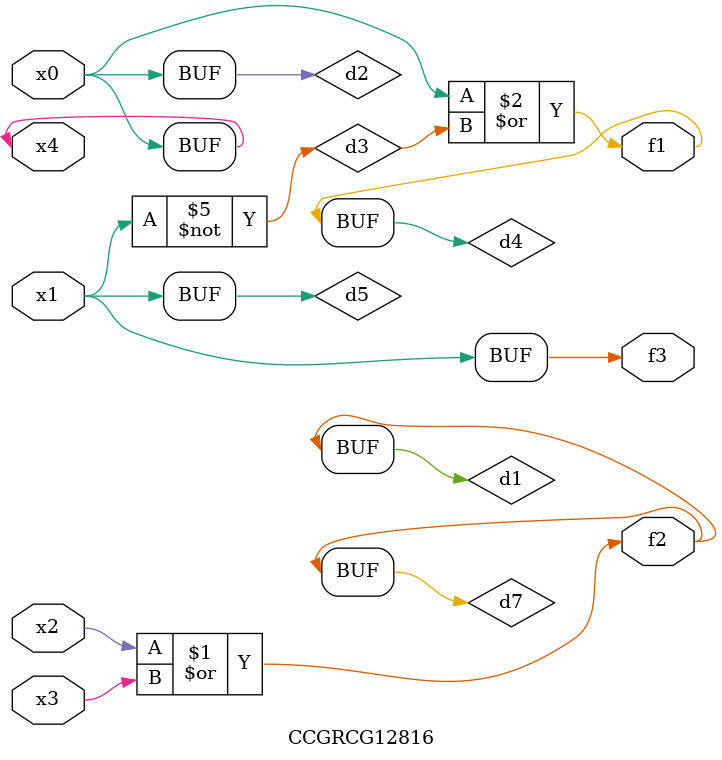
<source format=v>
module CCGRCG12816(
	input x0, x1, x2, x3, x4,
	output f1, f2, f3
);

	wire d1, d2, d3, d4, d5, d6, d7;

	or (d1, x2, x3);
	buf (d2, x0, x4);
	not (d3, x1);
	or (d4, d2, d3);
	not (d5, d3);
	nand (d6, d1, d3);
	or (d7, d1);
	assign f1 = d4;
	assign f2 = d7;
	assign f3 = d5;
endmodule

</source>
